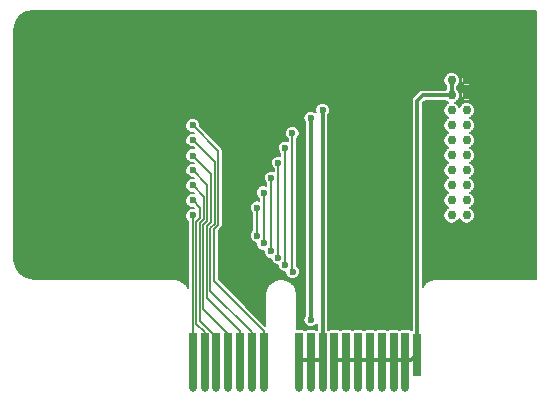
<source format=gbr>
G04 #@! TF.FileFunction,Copper,L1,Top,Signal*
%FSLAX46Y46*%
G04 Gerber Fmt 4.6, Leading zero omitted, Abs format (unit mm)*
G04 Created by KiCad (PCBNEW 4.0.3+e1-6302~38~ubuntu14.04.1-stable) date Mon Dec 12 17:42:13 2016*
%MOMM*%
%LPD*%
G01*
G04 APERTURE LIST*
%ADD10C,0.100000*%
%ADD11R,0.650240X3.599180*%
%ADD12R,0.650240X4.599940*%
%ADD13O,0.650240X0.650240*%
%ADD14C,0.750000*%
%ADD15C,0.600000*%
%ADD16C,0.300000*%
%ADD17C,0.150000*%
%ADD18C,0.200000*%
G04 APERTURE END LIST*
D10*
D11*
X159499600Y-99499620D03*
D12*
X158498840Y-100000000D03*
X157500620Y-100000000D03*
X156499860Y-100000000D03*
X155499100Y-100000000D03*
X154500880Y-100000000D03*
X153500120Y-100000000D03*
X152499360Y-100000000D03*
X151501140Y-100000000D03*
X150500380Y-100000000D03*
X149499620Y-100000000D03*
X144500900Y-100000000D03*
X143500140Y-100000000D03*
X142499380Y-100000000D03*
X141501160Y-100000000D03*
X140500400Y-100000000D03*
X146499880Y-100000000D03*
X145499120Y-100000000D03*
D13*
X156499860Y-102301240D03*
X155499100Y-102301240D03*
X154500880Y-102301240D03*
X153500120Y-102301240D03*
X152499360Y-102301240D03*
X151501140Y-102301240D03*
X150500380Y-102301240D03*
X144500900Y-102301240D03*
X143500140Y-102301240D03*
X157500620Y-102301240D03*
X145499120Y-102301240D03*
X142499380Y-102301240D03*
X149499620Y-102301240D03*
X146499880Y-102301240D03*
X141501160Y-102301240D03*
X140500400Y-102301240D03*
X158498840Y-102301240D03*
D14*
X163685000Y-76285000D03*
X162415000Y-76285000D03*
X163685000Y-87715000D03*
X163685000Y-77555000D03*
X162415000Y-77555000D03*
X163685000Y-78825000D03*
X162415000Y-78825000D03*
X163685000Y-80095000D03*
X162415000Y-80095000D03*
X163685000Y-81365000D03*
X162415000Y-81365000D03*
X163685000Y-82635000D03*
X162415000Y-82635000D03*
X163685000Y-83905000D03*
X162415000Y-83905000D03*
X163685000Y-85175000D03*
X162415000Y-85175000D03*
X163685000Y-86445000D03*
X162415000Y-86445000D03*
X162415000Y-87715000D03*
D15*
X150500000Y-79475000D03*
X150500000Y-96575000D03*
X147725000Y-83275000D03*
X147750000Y-91300000D03*
X147150000Y-84550000D03*
X147125000Y-90775000D03*
X146500000Y-85800000D03*
X146500000Y-90100000D03*
X145950000Y-87075000D03*
X145950000Y-89450000D03*
X148925000Y-80750000D03*
X148950000Y-92500000D03*
X148300000Y-82000000D03*
X148325000Y-91925000D03*
X151500000Y-78825000D03*
X140500000Y-82650000D03*
X140500000Y-83900000D03*
X140500000Y-85175000D03*
X140500000Y-86450000D03*
X140500000Y-87725000D03*
X140500000Y-80100000D03*
X140500000Y-81350000D03*
D16*
X150500000Y-96575000D02*
X150500000Y-79475000D01*
D17*
X147750000Y-83300000D02*
X147725000Y-83275000D01*
X147750000Y-91300000D02*
X147750000Y-83300000D01*
X147125000Y-84575000D02*
X147150000Y-84550000D01*
X147125000Y-90775000D02*
X147125000Y-84575000D01*
X146500000Y-90100000D02*
X146500000Y-85800000D01*
X145950000Y-89450000D02*
X145950000Y-87075000D01*
X148925000Y-92475000D02*
X148925000Y-80750000D01*
X148950000Y-92500000D02*
X148925000Y-92475000D01*
X148325000Y-82025000D02*
X148300000Y-82000000D01*
X148325000Y-91925000D02*
X148325000Y-82025000D01*
D16*
X162415000Y-76285000D02*
X162415000Y-77555000D01*
X159499600Y-99499620D02*
X159499600Y-78050400D01*
X159995000Y-77555000D02*
X162415000Y-77555000D01*
X159499600Y-78050400D02*
X159995000Y-77555000D01*
X158498840Y-100000000D02*
X158999220Y-100000000D01*
X158999220Y-100000000D02*
X159499600Y-99499620D01*
X152499360Y-100000000D02*
X153500120Y-100000000D01*
X153500120Y-100000000D02*
X154500880Y-100000000D01*
X154500880Y-100000000D02*
X155499100Y-100000000D01*
X155499100Y-100000000D02*
X156499860Y-100000000D01*
X156499860Y-100000000D02*
X157500620Y-100000000D01*
X157500620Y-100000000D02*
X158498840Y-100000000D01*
D17*
X158498840Y-100000000D02*
X158498840Y-102301240D01*
X157500620Y-100000000D02*
X157500620Y-102301240D01*
X156499860Y-100000000D02*
X156499860Y-102301240D01*
X155499100Y-100000000D02*
X155499100Y-102301240D01*
X154500880Y-100000000D02*
X154500880Y-102301240D01*
X153500120Y-100000000D02*
X153500120Y-102301240D01*
X152499360Y-100000000D02*
X152499360Y-102301240D01*
D16*
X151501140Y-100000000D02*
X151501140Y-78826140D01*
X151501140Y-78826140D02*
X151500000Y-78825000D01*
X151501140Y-100000000D02*
X150500380Y-100000000D01*
X150500380Y-100000000D02*
X149499620Y-100000000D01*
D17*
X151501140Y-100000000D02*
X151501140Y-102301240D01*
X150500380Y-100000000D02*
X150500380Y-102301240D01*
X149499620Y-100000000D02*
X149499620Y-102301240D01*
X144500900Y-100000000D02*
X144500900Y-97525900D01*
X142050006Y-84200006D02*
X140500000Y-82650000D01*
X142050006Y-88297792D02*
X142050006Y-84200006D01*
X141700408Y-88647390D02*
X142050006Y-88297792D01*
X141700408Y-94725408D02*
X141700408Y-88647390D01*
X144500900Y-97525900D02*
X141700408Y-94725408D01*
X144500900Y-100000000D02*
X144500900Y-102301240D01*
X143500140Y-100000000D02*
X143500140Y-97725140D01*
X143500140Y-97725140D02*
X141400406Y-95625406D01*
X141750004Y-85150004D02*
X140500000Y-83900000D01*
X141750004Y-88173528D02*
X141750004Y-85150004D01*
X141400406Y-88523126D02*
X141750004Y-88173528D01*
X141400406Y-95625406D02*
X141400406Y-88523126D01*
X143500140Y-102301240D02*
X143500140Y-100000000D01*
X142499380Y-100000000D02*
X142499380Y-98049380D01*
X142499380Y-98049380D02*
X141100404Y-96650404D01*
X141450002Y-86125002D02*
X140500000Y-85175000D01*
X141450002Y-88049264D02*
X141450002Y-86125002D01*
X141100404Y-88398862D02*
X141450002Y-88049264D01*
X141100404Y-96650404D02*
X141100404Y-88398862D01*
X142499380Y-102301240D02*
X142499380Y-100000000D01*
X141150000Y-87350000D02*
X141150000Y-87100000D01*
X141150000Y-87100000D02*
X140500000Y-86450000D01*
X141501160Y-100000000D02*
X141501160Y-97600758D01*
X141150000Y-87925000D02*
X141150000Y-87350000D01*
X141150000Y-87350000D02*
X141150000Y-87325000D01*
X140800402Y-88274598D02*
X141150000Y-87925000D01*
X140800402Y-96900000D02*
X140800402Y-88274598D01*
X141501160Y-97600758D02*
X140800402Y-96900000D01*
X141501160Y-102301240D02*
X141501160Y-100000000D01*
X140500400Y-100000000D02*
X140500400Y-87725400D01*
X140500400Y-87725400D02*
X140500000Y-87725000D01*
X140500400Y-102301240D02*
X140500400Y-100000000D01*
X146499880Y-100000000D02*
X146499880Y-97474880D01*
X142650010Y-82250010D02*
X140500000Y-80100000D01*
X142650010Y-88546320D02*
X142650010Y-82250010D01*
X142300412Y-88895918D02*
X142650010Y-88546320D01*
X142300412Y-93275412D02*
X142300412Y-88895918D01*
X146499880Y-97474880D02*
X142300412Y-93275412D01*
X146499880Y-100000000D02*
X146499880Y-102301240D01*
X145499120Y-100000000D02*
X145499120Y-97624120D01*
X142350008Y-83200008D02*
X140500000Y-81350000D01*
X142350008Y-88422056D02*
X142350008Y-83200008D01*
X142000410Y-88771654D02*
X142350008Y-88422056D01*
X142000410Y-94125410D02*
X142000410Y-88771654D01*
X145499120Y-97624120D02*
X142000410Y-94125410D01*
X145499120Y-100000000D02*
X145499120Y-102301240D01*
D18*
G36*
X169597716Y-70402284D02*
X169605000Y-70438903D01*
X169605000Y-93061097D01*
X169597716Y-93097716D01*
X169561098Y-93105000D01*
X161100000Y-93105000D01*
X161061843Y-93112590D01*
X161022939Y-93112590D01*
X160659391Y-93184904D01*
X160659390Y-93184904D01*
X160517000Y-93243884D01*
X160208798Y-93449819D01*
X160154309Y-93504309D01*
X160099819Y-93558798D01*
X159969600Y-93753684D01*
X159969600Y-78245080D01*
X160189680Y-78025000D01*
X161902158Y-78025000D01*
X162020800Y-78143849D01*
X162131902Y-78189982D01*
X162021828Y-78235464D01*
X161826151Y-78430800D01*
X161720121Y-78686149D01*
X161719879Y-78962638D01*
X161825464Y-79218172D01*
X162020800Y-79413849D01*
X162131902Y-79459982D01*
X162021828Y-79505464D01*
X161826151Y-79700800D01*
X161720121Y-79956149D01*
X161719879Y-80232638D01*
X161825464Y-80488172D01*
X162020800Y-80683849D01*
X162131902Y-80729982D01*
X162021828Y-80775464D01*
X161826151Y-80970800D01*
X161720121Y-81226149D01*
X161719879Y-81502638D01*
X161825464Y-81758172D01*
X162020800Y-81953849D01*
X162131902Y-81999982D01*
X162021828Y-82045464D01*
X161826151Y-82240800D01*
X161720121Y-82496149D01*
X161719879Y-82772638D01*
X161825464Y-83028172D01*
X162020800Y-83223849D01*
X162131902Y-83269982D01*
X162021828Y-83315464D01*
X161826151Y-83510800D01*
X161720121Y-83766149D01*
X161719879Y-84042638D01*
X161825464Y-84298172D01*
X162020800Y-84493849D01*
X162131902Y-84539982D01*
X162021828Y-84585464D01*
X161826151Y-84780800D01*
X161720121Y-85036149D01*
X161719879Y-85312638D01*
X161825464Y-85568172D01*
X162020800Y-85763849D01*
X162131902Y-85809982D01*
X162021828Y-85855464D01*
X161826151Y-86050800D01*
X161720121Y-86306149D01*
X161719879Y-86582638D01*
X161825464Y-86838172D01*
X162020800Y-87033849D01*
X162131902Y-87079982D01*
X162021828Y-87125464D01*
X161826151Y-87320800D01*
X161720121Y-87576149D01*
X161719879Y-87852638D01*
X161825464Y-88108172D01*
X162020800Y-88303849D01*
X162276149Y-88409879D01*
X162552638Y-88410121D01*
X162808172Y-88304536D01*
X163003849Y-88109200D01*
X163049982Y-87998098D01*
X163095464Y-88108172D01*
X163290800Y-88303849D01*
X163546149Y-88409879D01*
X163822638Y-88410121D01*
X164078172Y-88304536D01*
X164273849Y-88109200D01*
X164379879Y-87853851D01*
X164380121Y-87577362D01*
X164274536Y-87321828D01*
X164079200Y-87126151D01*
X163968098Y-87080018D01*
X164078172Y-87034536D01*
X164273849Y-86839200D01*
X164379879Y-86583851D01*
X164380121Y-86307362D01*
X164274536Y-86051828D01*
X164079200Y-85856151D01*
X163968098Y-85810018D01*
X164078172Y-85764536D01*
X164273849Y-85569200D01*
X164379879Y-85313851D01*
X164380121Y-85037362D01*
X164274536Y-84781828D01*
X164079200Y-84586151D01*
X163968098Y-84540018D01*
X164078172Y-84494536D01*
X164273849Y-84299200D01*
X164379879Y-84043851D01*
X164380121Y-83767362D01*
X164274536Y-83511828D01*
X164079200Y-83316151D01*
X163968098Y-83270018D01*
X164078172Y-83224536D01*
X164273849Y-83029200D01*
X164379879Y-82773851D01*
X164380121Y-82497362D01*
X164274536Y-82241828D01*
X164079200Y-82046151D01*
X163968098Y-82000018D01*
X164078172Y-81954536D01*
X164273849Y-81759200D01*
X164379879Y-81503851D01*
X164380121Y-81227362D01*
X164274536Y-80971828D01*
X164079200Y-80776151D01*
X163968098Y-80730018D01*
X164078172Y-80684536D01*
X164273849Y-80489200D01*
X164379879Y-80233851D01*
X164380121Y-79957362D01*
X164274536Y-79701828D01*
X164079200Y-79506151D01*
X163968098Y-79460018D01*
X164078172Y-79414536D01*
X164273849Y-79219200D01*
X164379879Y-78963851D01*
X164380121Y-78687362D01*
X164274536Y-78431828D01*
X164079200Y-78236151D01*
X163823851Y-78130121D01*
X163547362Y-78129879D01*
X163291828Y-78235464D01*
X163096151Y-78430800D01*
X163050018Y-78541902D01*
X163004536Y-78431828D01*
X162809200Y-78236151D01*
X162698098Y-78190018D01*
X162808172Y-78144536D01*
X163003849Y-77949200D01*
X163025534Y-77896975D01*
X163378381Y-77896975D01*
X163420937Y-77960983D01*
X163596401Y-78031132D01*
X163785353Y-78028794D01*
X163949063Y-77960983D01*
X163991619Y-77896975D01*
X163685000Y-77590355D01*
X163378381Y-77896975D01*
X163025534Y-77896975D01*
X163109879Y-77693851D01*
X163110078Y-77466401D01*
X163208868Y-77466401D01*
X163211206Y-77655353D01*
X163279017Y-77819063D01*
X163343025Y-77861619D01*
X163649645Y-77555000D01*
X163720355Y-77555000D01*
X164026975Y-77861619D01*
X164090983Y-77819063D01*
X164161132Y-77643599D01*
X164158794Y-77454647D01*
X164090983Y-77290937D01*
X164026975Y-77248381D01*
X163720355Y-77555000D01*
X163649645Y-77555000D01*
X163343025Y-77248381D01*
X163279017Y-77290937D01*
X163208868Y-77466401D01*
X163110078Y-77466401D01*
X163110121Y-77417362D01*
X163025691Y-77213025D01*
X163378381Y-77213025D01*
X163685000Y-77519645D01*
X163991619Y-77213025D01*
X163949063Y-77149017D01*
X163773599Y-77078868D01*
X163584647Y-77081206D01*
X163420937Y-77149017D01*
X163378381Y-77213025D01*
X163025691Y-77213025D01*
X163004536Y-77161828D01*
X162885000Y-77042083D01*
X162885000Y-76797842D01*
X163003849Y-76679200D01*
X163025534Y-76626975D01*
X163378381Y-76626975D01*
X163420937Y-76690983D01*
X163596401Y-76761132D01*
X163785353Y-76758794D01*
X163949063Y-76690983D01*
X163991619Y-76626975D01*
X163685000Y-76320355D01*
X163378381Y-76626975D01*
X163025534Y-76626975D01*
X163109879Y-76423851D01*
X163110078Y-76196401D01*
X163208868Y-76196401D01*
X163211206Y-76385353D01*
X163279017Y-76549063D01*
X163343025Y-76591619D01*
X163649645Y-76285000D01*
X163720355Y-76285000D01*
X164026975Y-76591619D01*
X164090983Y-76549063D01*
X164161132Y-76373599D01*
X164158794Y-76184647D01*
X164090983Y-76020937D01*
X164026975Y-75978381D01*
X163720355Y-76285000D01*
X163649645Y-76285000D01*
X163343025Y-75978381D01*
X163279017Y-76020937D01*
X163208868Y-76196401D01*
X163110078Y-76196401D01*
X163110121Y-76147362D01*
X163025691Y-75943025D01*
X163378381Y-75943025D01*
X163685000Y-76249645D01*
X163991619Y-75943025D01*
X163949063Y-75879017D01*
X163773599Y-75808868D01*
X163584647Y-75811206D01*
X163420937Y-75879017D01*
X163378381Y-75943025D01*
X163025691Y-75943025D01*
X163004536Y-75891828D01*
X162809200Y-75696151D01*
X162553851Y-75590121D01*
X162277362Y-75589879D01*
X162021828Y-75695464D01*
X161826151Y-75890800D01*
X161720121Y-76146149D01*
X161719879Y-76422638D01*
X161825464Y-76678172D01*
X161945000Y-76797917D01*
X161945000Y-77042158D01*
X161902083Y-77085000D01*
X159995000Y-77085000D01*
X159815139Y-77120777D01*
X159662660Y-77222660D01*
X159167260Y-77718060D01*
X159065377Y-77870539D01*
X159029600Y-78050400D01*
X159029600Y-97412994D01*
X158999265Y-97432515D01*
X158950897Y-97399466D01*
X158823960Y-97373761D01*
X158173720Y-97373761D01*
X158055135Y-97396074D01*
X157999813Y-97431673D01*
X157952677Y-97399466D01*
X157825740Y-97373761D01*
X157175500Y-97373761D01*
X157056915Y-97396074D01*
X157000285Y-97432515D01*
X156951917Y-97399466D01*
X156824980Y-97373761D01*
X156174740Y-97373761D01*
X156056155Y-97396074D01*
X155999525Y-97432515D01*
X155951157Y-97399466D01*
X155824220Y-97373761D01*
X155173980Y-97373761D01*
X155055395Y-97396074D01*
X155000073Y-97431673D01*
X154952937Y-97399466D01*
X154826000Y-97373761D01*
X154175760Y-97373761D01*
X154057175Y-97396074D01*
X154000545Y-97432515D01*
X153952177Y-97399466D01*
X153825240Y-97373761D01*
X153175000Y-97373761D01*
X153056415Y-97396074D01*
X152999785Y-97432515D01*
X152951417Y-97399466D01*
X152824480Y-97373761D01*
X152174240Y-97373761D01*
X152055655Y-97396074D01*
X152000333Y-97431673D01*
X151971140Y-97411726D01*
X151971140Y-79230730D01*
X152025304Y-79176661D01*
X152119893Y-78948867D01*
X152120108Y-78702215D01*
X152025917Y-78474257D01*
X151851661Y-78299696D01*
X151623867Y-78205107D01*
X151377215Y-78204892D01*
X151149257Y-78299083D01*
X150974696Y-78473339D01*
X150880107Y-78701133D01*
X150879892Y-78947785D01*
X150901177Y-78999299D01*
X150851661Y-78949696D01*
X150623867Y-78855107D01*
X150377215Y-78854892D01*
X150149257Y-78949083D01*
X149974696Y-79123339D01*
X149880107Y-79351133D01*
X149879892Y-79597785D01*
X149974083Y-79825743D01*
X150030000Y-79881758D01*
X150030000Y-96168132D01*
X149974696Y-96223339D01*
X149880107Y-96451133D01*
X149879892Y-96697785D01*
X149974083Y-96925743D01*
X150148339Y-97100304D01*
X150376133Y-97194893D01*
X150622785Y-97195108D01*
X150850743Y-97100917D01*
X151025304Y-96926661D01*
X151031140Y-96912606D01*
X151031140Y-97412994D01*
X151000805Y-97432515D01*
X150952437Y-97399466D01*
X150825500Y-97373761D01*
X150175260Y-97373761D01*
X150056675Y-97396074D01*
X150000045Y-97432515D01*
X149951677Y-97399466D01*
X149824740Y-97373761D01*
X149345000Y-97373761D01*
X149345000Y-94450000D01*
X149337410Y-94411843D01*
X149337410Y-94372939D01*
X149265096Y-94009391D01*
X149265096Y-94009390D01*
X149206116Y-93867000D01*
X149000181Y-93558798D01*
X148945691Y-93504309D01*
X148891202Y-93449819D01*
X148583000Y-93243884D01*
X148440610Y-93184904D01*
X148440609Y-93184904D01*
X148077062Y-93112590D01*
X147922939Y-93112590D01*
X147559391Y-93184904D01*
X147559390Y-93184904D01*
X147417000Y-93243884D01*
X147108798Y-93449819D01*
X147054309Y-93504309D01*
X146999819Y-93558798D01*
X146793884Y-93867000D01*
X146734904Y-94009390D01*
X146734904Y-94009391D01*
X146662590Y-94372940D01*
X146662590Y-94411843D01*
X146655000Y-94450000D01*
X146655000Y-97071386D01*
X142695412Y-93111798D01*
X142695412Y-89059532D01*
X142929317Y-88825627D01*
X143014942Y-88697480D01*
X143045010Y-88546320D01*
X143045010Y-87197785D01*
X145329892Y-87197785D01*
X145424083Y-87425743D01*
X145555000Y-87556889D01*
X145555000Y-88968263D01*
X145424696Y-89098339D01*
X145330107Y-89326133D01*
X145329892Y-89572785D01*
X145424083Y-89800743D01*
X145598339Y-89975304D01*
X145826133Y-90069893D01*
X145880025Y-90069940D01*
X145879892Y-90222785D01*
X145974083Y-90450743D01*
X146148339Y-90625304D01*
X146376133Y-90719893D01*
X146505047Y-90720005D01*
X146504892Y-90897785D01*
X146599083Y-91125743D01*
X146773339Y-91300304D01*
X147001133Y-91394893D01*
X147129916Y-91395005D01*
X147129892Y-91422785D01*
X147224083Y-91650743D01*
X147398339Y-91825304D01*
X147626133Y-91919893D01*
X147705003Y-91919962D01*
X147704892Y-92047785D01*
X147799083Y-92275743D01*
X147973339Y-92450304D01*
X148201133Y-92544893D01*
X148329960Y-92545005D01*
X148329892Y-92622785D01*
X148424083Y-92850743D01*
X148598339Y-93025304D01*
X148826133Y-93119893D01*
X149072785Y-93120108D01*
X149300743Y-93025917D01*
X149475304Y-92851661D01*
X149569893Y-92623867D01*
X149570108Y-92377215D01*
X149475917Y-92149257D01*
X149320000Y-91993067D01*
X149320000Y-81231737D01*
X149450304Y-81101661D01*
X149544893Y-80873867D01*
X149545108Y-80627215D01*
X149450917Y-80399257D01*
X149276661Y-80224696D01*
X149048867Y-80130107D01*
X148802215Y-80129892D01*
X148574257Y-80224083D01*
X148399696Y-80398339D01*
X148305107Y-80626133D01*
X148304892Y-80872785D01*
X148399083Y-81100743D01*
X148530000Y-81231889D01*
X148530000Y-81424178D01*
X148423867Y-81380107D01*
X148177215Y-81379892D01*
X147949257Y-81474083D01*
X147774696Y-81648339D01*
X147680107Y-81876133D01*
X147679892Y-82122785D01*
X147774083Y-82350743D01*
X147930000Y-82506933D01*
X147930000Y-82688797D01*
X147848867Y-82655107D01*
X147602215Y-82654892D01*
X147374257Y-82749083D01*
X147199696Y-82923339D01*
X147105107Y-83151133D01*
X147104892Y-83397785D01*
X147199083Y-83625743D01*
X147355000Y-83781933D01*
X147355000Y-83963797D01*
X147273867Y-83930107D01*
X147027215Y-83929892D01*
X146799257Y-84024083D01*
X146624696Y-84198339D01*
X146530107Y-84426133D01*
X146529892Y-84672785D01*
X146624083Y-84900743D01*
X146730000Y-85006845D01*
X146730000Y-85224178D01*
X146623867Y-85180107D01*
X146377215Y-85179892D01*
X146149257Y-85274083D01*
X145974696Y-85448339D01*
X145880107Y-85676133D01*
X145879892Y-85922785D01*
X145974083Y-86150743D01*
X146105000Y-86281889D01*
X146105000Y-86468035D01*
X146073867Y-86455107D01*
X145827215Y-86454892D01*
X145599257Y-86549083D01*
X145424696Y-86723339D01*
X145330107Y-86951133D01*
X145329892Y-87197785D01*
X143045010Y-87197785D01*
X143045010Y-82250010D01*
X143014942Y-82098850D01*
X142929317Y-81970703D01*
X141119948Y-80161334D01*
X141120108Y-79977215D01*
X141025917Y-79749257D01*
X140851661Y-79574696D01*
X140623867Y-79480107D01*
X140377215Y-79479892D01*
X140149257Y-79574083D01*
X139974696Y-79748339D01*
X139880107Y-79976133D01*
X139879892Y-80222785D01*
X139974083Y-80450743D01*
X140148339Y-80625304D01*
X140376133Y-80719893D01*
X140561441Y-80720055D01*
X140571447Y-80730061D01*
X140377215Y-80729892D01*
X140149257Y-80824083D01*
X139974696Y-80998339D01*
X139880107Y-81226133D01*
X139879892Y-81472785D01*
X139974083Y-81700743D01*
X140148339Y-81875304D01*
X140376133Y-81969893D01*
X140561441Y-81970055D01*
X140621491Y-82030105D01*
X140377215Y-82029892D01*
X140149257Y-82124083D01*
X139974696Y-82298339D01*
X139880107Y-82526133D01*
X139879892Y-82772785D01*
X139974083Y-83000743D01*
X140148339Y-83175304D01*
X140376133Y-83269893D01*
X140561440Y-83270055D01*
X140571447Y-83280061D01*
X140377215Y-83279892D01*
X140149257Y-83374083D01*
X139974696Y-83548339D01*
X139880107Y-83776133D01*
X139879892Y-84022785D01*
X139974083Y-84250743D01*
X140148339Y-84425304D01*
X140376133Y-84519893D01*
X140561441Y-84520055D01*
X140596469Y-84555083D01*
X140377215Y-84554892D01*
X140149257Y-84649083D01*
X139974696Y-84823339D01*
X139880107Y-85051133D01*
X139879892Y-85297785D01*
X139974083Y-85525743D01*
X140148339Y-85700304D01*
X140376133Y-85794893D01*
X140561441Y-85795055D01*
X140596469Y-85830083D01*
X140377215Y-85829892D01*
X140149257Y-85924083D01*
X139974696Y-86098339D01*
X139880107Y-86326133D01*
X139879892Y-86572785D01*
X139974083Y-86800743D01*
X140148339Y-86975304D01*
X140376133Y-87069893D01*
X140561441Y-87070055D01*
X140596469Y-87105083D01*
X140377215Y-87104892D01*
X140149257Y-87199083D01*
X139974696Y-87373339D01*
X139880107Y-87601133D01*
X139879892Y-87847785D01*
X139974083Y-88075743D01*
X140105400Y-88207290D01*
X140105400Y-93865928D01*
X139900181Y-93558798D01*
X139845691Y-93504309D01*
X139791202Y-93449819D01*
X139483000Y-93243884D01*
X139340610Y-93184904D01*
X139340609Y-93184904D01*
X138977060Y-93112590D01*
X138938157Y-93112590D01*
X138900000Y-93105000D01*
X127038903Y-93105000D01*
X126388755Y-92975677D01*
X125870565Y-92629435D01*
X125524323Y-92111245D01*
X125395000Y-91461096D01*
X125395000Y-72038904D01*
X125524323Y-71388755D01*
X125870565Y-70870565D01*
X126388755Y-70524323D01*
X127038903Y-70395000D01*
X169561098Y-70395000D01*
X169597716Y-70402284D01*
X169597716Y-70402284D01*
G37*
X169597716Y-70402284D02*
X169605000Y-70438903D01*
X169605000Y-93061097D01*
X169597716Y-93097716D01*
X169561098Y-93105000D01*
X161100000Y-93105000D01*
X161061843Y-93112590D01*
X161022939Y-93112590D01*
X160659391Y-93184904D01*
X160659390Y-93184904D01*
X160517000Y-93243884D01*
X160208798Y-93449819D01*
X160154309Y-93504309D01*
X160099819Y-93558798D01*
X159969600Y-93753684D01*
X159969600Y-78245080D01*
X160189680Y-78025000D01*
X161902158Y-78025000D01*
X162020800Y-78143849D01*
X162131902Y-78189982D01*
X162021828Y-78235464D01*
X161826151Y-78430800D01*
X161720121Y-78686149D01*
X161719879Y-78962638D01*
X161825464Y-79218172D01*
X162020800Y-79413849D01*
X162131902Y-79459982D01*
X162021828Y-79505464D01*
X161826151Y-79700800D01*
X161720121Y-79956149D01*
X161719879Y-80232638D01*
X161825464Y-80488172D01*
X162020800Y-80683849D01*
X162131902Y-80729982D01*
X162021828Y-80775464D01*
X161826151Y-80970800D01*
X161720121Y-81226149D01*
X161719879Y-81502638D01*
X161825464Y-81758172D01*
X162020800Y-81953849D01*
X162131902Y-81999982D01*
X162021828Y-82045464D01*
X161826151Y-82240800D01*
X161720121Y-82496149D01*
X161719879Y-82772638D01*
X161825464Y-83028172D01*
X162020800Y-83223849D01*
X162131902Y-83269982D01*
X162021828Y-83315464D01*
X161826151Y-83510800D01*
X161720121Y-83766149D01*
X161719879Y-84042638D01*
X161825464Y-84298172D01*
X162020800Y-84493849D01*
X162131902Y-84539982D01*
X162021828Y-84585464D01*
X161826151Y-84780800D01*
X161720121Y-85036149D01*
X161719879Y-85312638D01*
X161825464Y-85568172D01*
X162020800Y-85763849D01*
X162131902Y-85809982D01*
X162021828Y-85855464D01*
X161826151Y-86050800D01*
X161720121Y-86306149D01*
X161719879Y-86582638D01*
X161825464Y-86838172D01*
X162020800Y-87033849D01*
X162131902Y-87079982D01*
X162021828Y-87125464D01*
X161826151Y-87320800D01*
X161720121Y-87576149D01*
X161719879Y-87852638D01*
X161825464Y-88108172D01*
X162020800Y-88303849D01*
X162276149Y-88409879D01*
X162552638Y-88410121D01*
X162808172Y-88304536D01*
X163003849Y-88109200D01*
X163049982Y-87998098D01*
X163095464Y-88108172D01*
X163290800Y-88303849D01*
X163546149Y-88409879D01*
X163822638Y-88410121D01*
X164078172Y-88304536D01*
X164273849Y-88109200D01*
X164379879Y-87853851D01*
X164380121Y-87577362D01*
X164274536Y-87321828D01*
X164079200Y-87126151D01*
X163968098Y-87080018D01*
X164078172Y-87034536D01*
X164273849Y-86839200D01*
X164379879Y-86583851D01*
X164380121Y-86307362D01*
X164274536Y-86051828D01*
X164079200Y-85856151D01*
X163968098Y-85810018D01*
X164078172Y-85764536D01*
X164273849Y-85569200D01*
X164379879Y-85313851D01*
X164380121Y-85037362D01*
X164274536Y-84781828D01*
X164079200Y-84586151D01*
X163968098Y-84540018D01*
X164078172Y-84494536D01*
X164273849Y-84299200D01*
X164379879Y-84043851D01*
X164380121Y-83767362D01*
X164274536Y-83511828D01*
X164079200Y-83316151D01*
X163968098Y-83270018D01*
X164078172Y-83224536D01*
X164273849Y-83029200D01*
X164379879Y-82773851D01*
X164380121Y-82497362D01*
X164274536Y-82241828D01*
X164079200Y-82046151D01*
X163968098Y-82000018D01*
X164078172Y-81954536D01*
X164273849Y-81759200D01*
X164379879Y-81503851D01*
X164380121Y-81227362D01*
X164274536Y-80971828D01*
X164079200Y-80776151D01*
X163968098Y-80730018D01*
X164078172Y-80684536D01*
X164273849Y-80489200D01*
X164379879Y-80233851D01*
X164380121Y-79957362D01*
X164274536Y-79701828D01*
X164079200Y-79506151D01*
X163968098Y-79460018D01*
X164078172Y-79414536D01*
X164273849Y-79219200D01*
X164379879Y-78963851D01*
X164380121Y-78687362D01*
X164274536Y-78431828D01*
X164079200Y-78236151D01*
X163823851Y-78130121D01*
X163547362Y-78129879D01*
X163291828Y-78235464D01*
X163096151Y-78430800D01*
X163050018Y-78541902D01*
X163004536Y-78431828D01*
X162809200Y-78236151D01*
X162698098Y-78190018D01*
X162808172Y-78144536D01*
X163003849Y-77949200D01*
X163025534Y-77896975D01*
X163378381Y-77896975D01*
X163420937Y-77960983D01*
X163596401Y-78031132D01*
X163785353Y-78028794D01*
X163949063Y-77960983D01*
X163991619Y-77896975D01*
X163685000Y-77590355D01*
X163378381Y-77896975D01*
X163025534Y-77896975D01*
X163109879Y-77693851D01*
X163110078Y-77466401D01*
X163208868Y-77466401D01*
X163211206Y-77655353D01*
X163279017Y-77819063D01*
X163343025Y-77861619D01*
X163649645Y-77555000D01*
X163720355Y-77555000D01*
X164026975Y-77861619D01*
X164090983Y-77819063D01*
X164161132Y-77643599D01*
X164158794Y-77454647D01*
X164090983Y-77290937D01*
X164026975Y-77248381D01*
X163720355Y-77555000D01*
X163649645Y-77555000D01*
X163343025Y-77248381D01*
X163279017Y-77290937D01*
X163208868Y-77466401D01*
X163110078Y-77466401D01*
X163110121Y-77417362D01*
X163025691Y-77213025D01*
X163378381Y-77213025D01*
X163685000Y-77519645D01*
X163991619Y-77213025D01*
X163949063Y-77149017D01*
X163773599Y-77078868D01*
X163584647Y-77081206D01*
X163420937Y-77149017D01*
X163378381Y-77213025D01*
X163025691Y-77213025D01*
X163004536Y-77161828D01*
X162885000Y-77042083D01*
X162885000Y-76797842D01*
X163003849Y-76679200D01*
X163025534Y-76626975D01*
X163378381Y-76626975D01*
X163420937Y-76690983D01*
X163596401Y-76761132D01*
X163785353Y-76758794D01*
X163949063Y-76690983D01*
X163991619Y-76626975D01*
X163685000Y-76320355D01*
X163378381Y-76626975D01*
X163025534Y-76626975D01*
X163109879Y-76423851D01*
X163110078Y-76196401D01*
X163208868Y-76196401D01*
X163211206Y-76385353D01*
X163279017Y-76549063D01*
X163343025Y-76591619D01*
X163649645Y-76285000D01*
X163720355Y-76285000D01*
X164026975Y-76591619D01*
X164090983Y-76549063D01*
X164161132Y-76373599D01*
X164158794Y-76184647D01*
X164090983Y-76020937D01*
X164026975Y-75978381D01*
X163720355Y-76285000D01*
X163649645Y-76285000D01*
X163343025Y-75978381D01*
X163279017Y-76020937D01*
X163208868Y-76196401D01*
X163110078Y-76196401D01*
X163110121Y-76147362D01*
X163025691Y-75943025D01*
X163378381Y-75943025D01*
X163685000Y-76249645D01*
X163991619Y-75943025D01*
X163949063Y-75879017D01*
X163773599Y-75808868D01*
X163584647Y-75811206D01*
X163420937Y-75879017D01*
X163378381Y-75943025D01*
X163025691Y-75943025D01*
X163004536Y-75891828D01*
X162809200Y-75696151D01*
X162553851Y-75590121D01*
X162277362Y-75589879D01*
X162021828Y-75695464D01*
X161826151Y-75890800D01*
X161720121Y-76146149D01*
X161719879Y-76422638D01*
X161825464Y-76678172D01*
X161945000Y-76797917D01*
X161945000Y-77042158D01*
X161902083Y-77085000D01*
X159995000Y-77085000D01*
X159815139Y-77120777D01*
X159662660Y-77222660D01*
X159167260Y-77718060D01*
X159065377Y-77870539D01*
X159029600Y-78050400D01*
X159029600Y-97412994D01*
X158999265Y-97432515D01*
X158950897Y-97399466D01*
X158823960Y-97373761D01*
X158173720Y-97373761D01*
X158055135Y-97396074D01*
X157999813Y-97431673D01*
X157952677Y-97399466D01*
X157825740Y-97373761D01*
X157175500Y-97373761D01*
X157056915Y-97396074D01*
X157000285Y-97432515D01*
X156951917Y-97399466D01*
X156824980Y-97373761D01*
X156174740Y-97373761D01*
X156056155Y-97396074D01*
X155999525Y-97432515D01*
X155951157Y-97399466D01*
X155824220Y-97373761D01*
X155173980Y-97373761D01*
X155055395Y-97396074D01*
X155000073Y-97431673D01*
X154952937Y-97399466D01*
X154826000Y-97373761D01*
X154175760Y-97373761D01*
X154057175Y-97396074D01*
X154000545Y-97432515D01*
X153952177Y-97399466D01*
X153825240Y-97373761D01*
X153175000Y-97373761D01*
X153056415Y-97396074D01*
X152999785Y-97432515D01*
X152951417Y-97399466D01*
X152824480Y-97373761D01*
X152174240Y-97373761D01*
X152055655Y-97396074D01*
X152000333Y-97431673D01*
X151971140Y-97411726D01*
X151971140Y-79230730D01*
X152025304Y-79176661D01*
X152119893Y-78948867D01*
X152120108Y-78702215D01*
X152025917Y-78474257D01*
X151851661Y-78299696D01*
X151623867Y-78205107D01*
X151377215Y-78204892D01*
X151149257Y-78299083D01*
X150974696Y-78473339D01*
X150880107Y-78701133D01*
X150879892Y-78947785D01*
X150901177Y-78999299D01*
X150851661Y-78949696D01*
X150623867Y-78855107D01*
X150377215Y-78854892D01*
X150149257Y-78949083D01*
X149974696Y-79123339D01*
X149880107Y-79351133D01*
X149879892Y-79597785D01*
X149974083Y-79825743D01*
X150030000Y-79881758D01*
X150030000Y-96168132D01*
X149974696Y-96223339D01*
X149880107Y-96451133D01*
X149879892Y-96697785D01*
X149974083Y-96925743D01*
X150148339Y-97100304D01*
X150376133Y-97194893D01*
X150622785Y-97195108D01*
X150850743Y-97100917D01*
X151025304Y-96926661D01*
X151031140Y-96912606D01*
X151031140Y-97412994D01*
X151000805Y-97432515D01*
X150952437Y-97399466D01*
X150825500Y-97373761D01*
X150175260Y-97373761D01*
X150056675Y-97396074D01*
X150000045Y-97432515D01*
X149951677Y-97399466D01*
X149824740Y-97373761D01*
X149345000Y-97373761D01*
X149345000Y-94450000D01*
X149337410Y-94411843D01*
X149337410Y-94372939D01*
X149265096Y-94009391D01*
X149265096Y-94009390D01*
X149206116Y-93867000D01*
X149000181Y-93558798D01*
X148945691Y-93504309D01*
X148891202Y-93449819D01*
X148583000Y-93243884D01*
X148440610Y-93184904D01*
X148440609Y-93184904D01*
X148077062Y-93112590D01*
X147922939Y-93112590D01*
X147559391Y-93184904D01*
X147559390Y-93184904D01*
X147417000Y-93243884D01*
X147108798Y-93449819D01*
X147054309Y-93504309D01*
X146999819Y-93558798D01*
X146793884Y-93867000D01*
X146734904Y-94009390D01*
X146734904Y-94009391D01*
X146662590Y-94372940D01*
X146662590Y-94411843D01*
X146655000Y-94450000D01*
X146655000Y-97071386D01*
X142695412Y-93111798D01*
X142695412Y-89059532D01*
X142929317Y-88825627D01*
X143014942Y-88697480D01*
X143045010Y-88546320D01*
X143045010Y-87197785D01*
X145329892Y-87197785D01*
X145424083Y-87425743D01*
X145555000Y-87556889D01*
X145555000Y-88968263D01*
X145424696Y-89098339D01*
X145330107Y-89326133D01*
X145329892Y-89572785D01*
X145424083Y-89800743D01*
X145598339Y-89975304D01*
X145826133Y-90069893D01*
X145880025Y-90069940D01*
X145879892Y-90222785D01*
X145974083Y-90450743D01*
X146148339Y-90625304D01*
X146376133Y-90719893D01*
X146505047Y-90720005D01*
X146504892Y-90897785D01*
X146599083Y-91125743D01*
X146773339Y-91300304D01*
X147001133Y-91394893D01*
X147129916Y-91395005D01*
X147129892Y-91422785D01*
X147224083Y-91650743D01*
X147398339Y-91825304D01*
X147626133Y-91919893D01*
X147705003Y-91919962D01*
X147704892Y-92047785D01*
X147799083Y-92275743D01*
X147973339Y-92450304D01*
X148201133Y-92544893D01*
X148329960Y-92545005D01*
X148329892Y-92622785D01*
X148424083Y-92850743D01*
X148598339Y-93025304D01*
X148826133Y-93119893D01*
X149072785Y-93120108D01*
X149300743Y-93025917D01*
X149475304Y-92851661D01*
X149569893Y-92623867D01*
X149570108Y-92377215D01*
X149475917Y-92149257D01*
X149320000Y-91993067D01*
X149320000Y-81231737D01*
X149450304Y-81101661D01*
X149544893Y-80873867D01*
X149545108Y-80627215D01*
X149450917Y-80399257D01*
X149276661Y-80224696D01*
X149048867Y-80130107D01*
X148802215Y-80129892D01*
X148574257Y-80224083D01*
X148399696Y-80398339D01*
X148305107Y-80626133D01*
X148304892Y-80872785D01*
X148399083Y-81100743D01*
X148530000Y-81231889D01*
X148530000Y-81424178D01*
X148423867Y-81380107D01*
X148177215Y-81379892D01*
X147949257Y-81474083D01*
X147774696Y-81648339D01*
X147680107Y-81876133D01*
X147679892Y-82122785D01*
X147774083Y-82350743D01*
X147930000Y-82506933D01*
X147930000Y-82688797D01*
X147848867Y-82655107D01*
X147602215Y-82654892D01*
X147374257Y-82749083D01*
X147199696Y-82923339D01*
X147105107Y-83151133D01*
X147104892Y-83397785D01*
X147199083Y-83625743D01*
X147355000Y-83781933D01*
X147355000Y-83963797D01*
X147273867Y-83930107D01*
X147027215Y-83929892D01*
X146799257Y-84024083D01*
X146624696Y-84198339D01*
X146530107Y-84426133D01*
X146529892Y-84672785D01*
X146624083Y-84900743D01*
X146730000Y-85006845D01*
X146730000Y-85224178D01*
X146623867Y-85180107D01*
X146377215Y-85179892D01*
X146149257Y-85274083D01*
X145974696Y-85448339D01*
X145880107Y-85676133D01*
X145879892Y-85922785D01*
X145974083Y-86150743D01*
X146105000Y-86281889D01*
X146105000Y-86468035D01*
X146073867Y-86455107D01*
X145827215Y-86454892D01*
X145599257Y-86549083D01*
X145424696Y-86723339D01*
X145330107Y-86951133D01*
X145329892Y-87197785D01*
X143045010Y-87197785D01*
X143045010Y-82250010D01*
X143014942Y-82098850D01*
X142929317Y-81970703D01*
X141119948Y-80161334D01*
X141120108Y-79977215D01*
X141025917Y-79749257D01*
X140851661Y-79574696D01*
X140623867Y-79480107D01*
X140377215Y-79479892D01*
X140149257Y-79574083D01*
X139974696Y-79748339D01*
X139880107Y-79976133D01*
X139879892Y-80222785D01*
X139974083Y-80450743D01*
X140148339Y-80625304D01*
X140376133Y-80719893D01*
X140561441Y-80720055D01*
X140571447Y-80730061D01*
X140377215Y-80729892D01*
X140149257Y-80824083D01*
X139974696Y-80998339D01*
X139880107Y-81226133D01*
X139879892Y-81472785D01*
X139974083Y-81700743D01*
X140148339Y-81875304D01*
X140376133Y-81969893D01*
X140561441Y-81970055D01*
X140621491Y-82030105D01*
X140377215Y-82029892D01*
X140149257Y-82124083D01*
X139974696Y-82298339D01*
X139880107Y-82526133D01*
X139879892Y-82772785D01*
X139974083Y-83000743D01*
X140148339Y-83175304D01*
X140376133Y-83269893D01*
X140561440Y-83270055D01*
X140571447Y-83280061D01*
X140377215Y-83279892D01*
X140149257Y-83374083D01*
X139974696Y-83548339D01*
X139880107Y-83776133D01*
X139879892Y-84022785D01*
X139974083Y-84250743D01*
X140148339Y-84425304D01*
X140376133Y-84519893D01*
X140561441Y-84520055D01*
X140596469Y-84555083D01*
X140377215Y-84554892D01*
X140149257Y-84649083D01*
X139974696Y-84823339D01*
X139880107Y-85051133D01*
X139879892Y-85297785D01*
X139974083Y-85525743D01*
X140148339Y-85700304D01*
X140376133Y-85794893D01*
X140561441Y-85795055D01*
X140596469Y-85830083D01*
X140377215Y-85829892D01*
X140149257Y-85924083D01*
X139974696Y-86098339D01*
X139880107Y-86326133D01*
X139879892Y-86572785D01*
X139974083Y-86800743D01*
X140148339Y-86975304D01*
X140376133Y-87069893D01*
X140561441Y-87070055D01*
X140596469Y-87105083D01*
X140377215Y-87104892D01*
X140149257Y-87199083D01*
X139974696Y-87373339D01*
X139880107Y-87601133D01*
X139879892Y-87847785D01*
X139974083Y-88075743D01*
X140105400Y-88207290D01*
X140105400Y-93865928D01*
X139900181Y-93558798D01*
X139845691Y-93504309D01*
X139791202Y-93449819D01*
X139483000Y-93243884D01*
X139340610Y-93184904D01*
X139340609Y-93184904D01*
X138977060Y-93112590D01*
X138938157Y-93112590D01*
X138900000Y-93105000D01*
X127038903Y-93105000D01*
X126388755Y-92975677D01*
X125870565Y-92629435D01*
X125524323Y-92111245D01*
X125395000Y-91461096D01*
X125395000Y-72038904D01*
X125524323Y-71388755D01*
X125870565Y-70870565D01*
X126388755Y-70524323D01*
X127038903Y-70395000D01*
X169561098Y-70395000D01*
X169597716Y-70402284D01*
M02*

</source>
